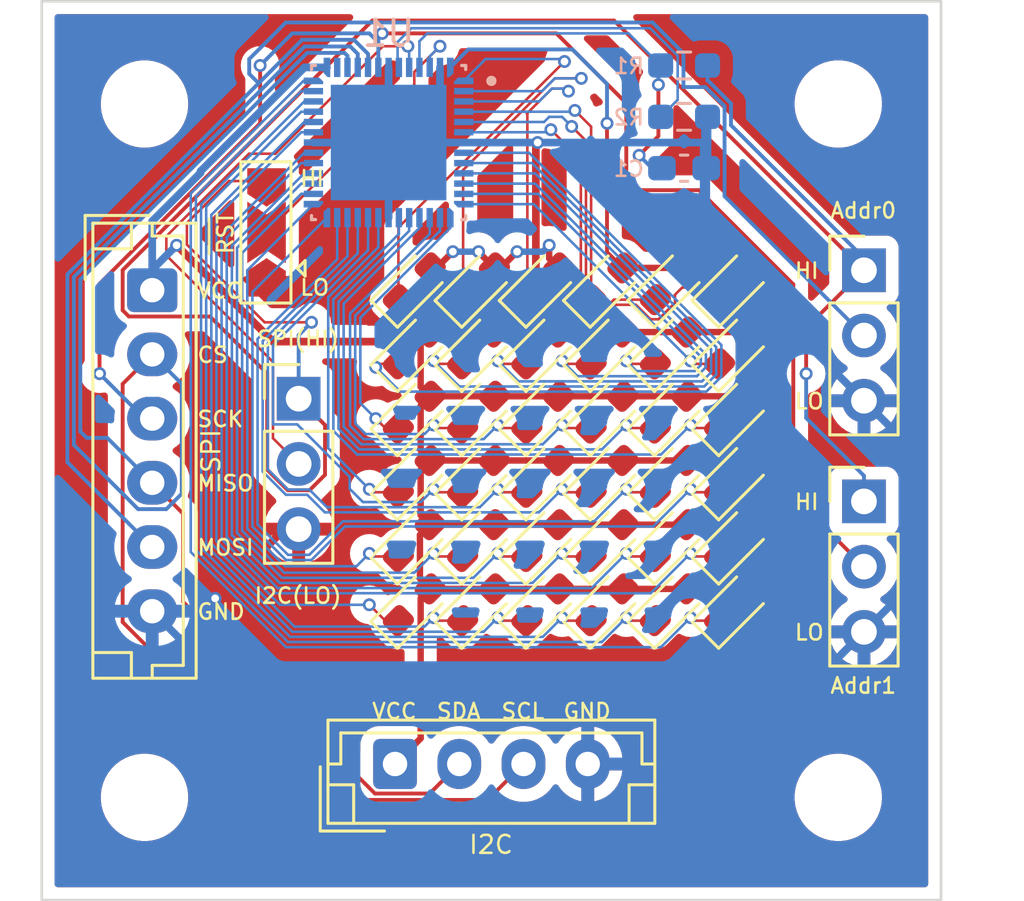
<source format=kicad_pcb>
(kicad_pcb (version 20240108) (generator "pcbnew") (generator_version "8.0")
  (layers (0 "F.Cu" signal) (31 "B.Cu" signal) (34 "B.Paste" user) (35 "F.Paste" user) (36 "B.SilkS" user "B.Silkscreen") (37 "F.SilkS" user "F.Silkscreen") (38 "B.Mask" user) (39 "F.Mask" user) (44 "Edge.Cuts" user))
  (net 0 "")
  (net 1 "Net-(D5-K)")
  (net 2 "Net-(D25-K)")
  (net 3 "Net-(D14-K)")
  (net 4 "Net-(D32-K)")
  (net 5 "GND")
  (net 6 "Net-(D8-K)")
  (net 7 "Net-(D36-K)")
  (net 8 "Net-(D9-K)")
  (net 9 "Net-(D30-K)")
  (net 10 "Net-(J2-Pin_2)")
  (net 11 "Net-(D13-K)")
  (net 12 "Net-(D23-K)")
  (net 13 "Net-(D1-A)")
  (net 14 "Net-(D2-K)")
  (net 15 "Net-(D27-K)")
  (net 16 "Net-(D26-K)")
  (net 17 "Net-(D10-K)")
  (net 18 "Net-(D24-K)")
  (net 19 "Net-(D3-K)")
  (net 20 "Net-(D15-K)")
  (net 21 "Net-(D31-K)")
  (net 22 "Net-(D7-K)")
  (net 23 "Net-(D34-K)")
  (net 24 "Net-(D20-K)")
  (net 25 "Net-(D28-K)")
  (net 26 "Net-(J4-Pin_2)")
  (net 27 "Net-(D22-K)")
  (net 28 "Net-(U1-IREF)")
  (net 29 "Net-(U1-SPISDO_SDA)")
  (net 30 "Net-(D35-K)")
  (net 31 "Net-(D1-K)")
  (net 32 "Net-(D19-K)")
  (net 33 "Net-(D29-K)")
  (net 34 "Net-(D12-K)")
  (net 35 "Net-(D21-K)")
  (net 37 "Net-(D11-K)")
  (net 38 "Net-(D18-K)")
  (net 39 "Net-(J3-Pin_2)")
  (net 40 "Net-(U1-SPICS_SCL)")
  (net 41 "Net-(D16-K)")
  (net 42 "Net-(D4-K)")
  (net 43 "Net-(U1-VCC)")
  (net 44 "Net-(D33-K)")
  (net 45 "Net-(D6-K)")
  (net 46 "Net-(D17-K)")
  (net 47 "Net-(J2-Pin_1)")
  (net 48 "Net-(JP2-C)")
  (footprint "LED_SMD:LED_0603_1608Metric_Pad1.05x0.95mm_HandSolder" (layer "F.Cu") (at 76 45 45)
    (property "Reference" "D8" (hide yes))
    (property "Value" "LED")
  )
  (footprint "LED_SMD:LED_0603_1608Metric_Pad1.05x0.95mm_HandSolder" (layer "F.Cu") (at 81 50 45)
    (property "Reference" "D22" (hide yes))
    (property "Value" "LED")
  )
  (footprint "LED_SMD:LED_0603_1608Metric_Pad1.05x0.95mm_HandSolder" (layer "F.Cu") (at 73.5 47.5 45)
    (property "Reference" "D13" (hide yes))
    (property "Value" "LED")
  )
  (footprint "LED_SMD:LED_0603_1608Metric_Pad1.05x0.95mm_HandSolder" (layer "F.Cu") (at 76 47.5 45)
    (property "Reference" "D14" (hide yes))
    (property "Value" "LED")
  )
  (footprint "Jumper:SolderJumper-3_P2.0mm_Open_TrianglePad1.0x1.5mm" (layer "F.Cu") (at 67.75 40.5 90)
    (property "Reference" "JP2" (hide yes))
    (property "Value" "SolderJumper_3_Open")
  )
  (footprint "LED_SMD:LED_0603_1608Metric_Pad1.05x0.95mm_HandSolder" (layer "F.Cu") (at 76 55 45)
    (property "Reference" "D32" (hide yes))
    (property "Value" "LED")
  )
  (footprint "LED_SMD:LED_0603_1608Metric_Pad1.05x0.95mm_HandSolder" (layer "F.Cu") (at 81 42.5 45)
    (property "Reference" "D4" (hide yes))
    (property "Value" "LED")
  )
  (footprint "LED_SMD:LED_0603_1608Metric_Pad1.05x0.95mm_HandSolder" (layer "F.Cu") (at 81 45 45)
    (property "Reference" "D10" (hide yes))
    (property "Value" "LED")
  )
  (footprint "MountingHole:MountingHole_3.2mm_M3" (layer "F.Cu") (at 63 35.5)
    (property "Reference" "MH1" (hide yes))
    (property "Value" "MountingHole_3.2mm_M3" (hide yes))
  )
  (footprint "LED_SMD:LED_0603_1608Metric_Pad1.05x0.95mm_HandSolder" (layer "F.Cu") (at 73.5 52.5 45)
    (property "Reference" "D25" (hide yes))
    (property "Value" "LED")
  )
  (footprint "LED_SMD:LED_0603_1608Metric_Pad1.05x0.95mm_HandSolder" (layer "F.Cu") (at 73.5 50 45)
    (property "Reference" "D19" (hide yes))
    (property "Value" "LED")
  )
  (footprint "LED_SMD:LED_0603_1608Metric_Pad1.05x0.95mm_HandSolder" (layer "F.Cu") (at 78.5 50 45)
    (property "Reference" "D21" (hide yes))
    (property "Value" "LED")
  )
  (footprint "LED_SMD:LED_0603_1608Metric_Pad1.05x0.95mm_HandSolder" (layer "F.Cu") (at 86 42.5 45)
    (property "Reference" "D6" (hide yes))
    (property "Value" "LED")
  )
  (footprint "LED_SMD:LED_0603_1608Metric_Pad1.05x0.95mm_HandSolder" (layer "F.Cu") (at 86 47.5 45)
    (property "Reference" "D18" (hide yes))
    (property "Value" "LED")
  )
  (footprint "LED_SMD:LED_0603_1608Metric_Pad1.05x0.95mm_HandSolder" (layer "F.Cu") (at 83.5 42.5 45)
    (property "Reference" "D5" (hide yes))
    (property "Value" "LED")
  )
  (footprint "LED_SMD:LED_0603_1608Metric_Pad1.05x0.95mm_HandSolder" (layer "F.Cu") (at 73.5 42.5 45)
    (property "Reference" "D1" (hide yes))
    (property "Value" "LED")
  )
  (footprint "Connector_JST:JST_EH_B4B-EH-A_1x04_P2.50mm_Vertical" (layer "F.Cu") (at 72.75 61.2)
    (property "Reference" "J1" (hide yes))
    (property "Value" "B4B-EH-A")
  )
  (footprint "LED_SMD:LED_0603_1608Metric_Pad1.05x0.95mm_HandSolder" (layer "F.Cu") (at 78.5 55 45)
    (property "Reference" "D33" (hide yes))
    (property "Value" "LED")
  )
  (footprint "LED_SMD:LED_0603_1608Metric_Pad1.05x0.95mm_HandSolder" (layer "F.Cu") (at 86 50 45)
    (property "Reference" "D24" (hide yes))
    (property "Value" "LED")
  )
  (footprint "LED_SMD:LED_0603_1608Metric_Pad1.05x0.95mm_HandSolder" (layer "F.Cu") (at 73.5 55 45)
    (property "Reference" "D31" (hide yes))
    (property "Value" "LED")
  )
  (footprint "LED_SMD:LED_0603_1608Metric_Pad1.05x0.95mm_HandSolder" (layer "F.Cu") (at 81 55 45)
    (property "Reference" "D34" (hide yes))
    (property "Value" "LED")
  )
  (footprint "LED_SMD:LED_0603_1608Metric_Pad1.05x0.95mm_HandSolder" (layer "F.Cu") (at 83.5 50 45)
    (property "Reference" "D23" (hide yes))
    (property "Value" "LED")
  )
  (footprint "LED_SMD:LED_0603_1608Metric_Pad1.05x0.95mm_HandSolder" (layer "F.Cu") (at 81 47.5 45)
    (property "Reference" "D16" (hide yes))
    (property "Value" "LED")
  )
  (footprint "MountingHole:MountingHole_3.2mm_M3" (layer "F.Cu") (at 90 35.5)
    (property "Reference" "MH2" (hide yes))
    (property "Value" "MountingHole_3.2mm_M3" (hide yes))
  )
  (footprint "Connector_PinHeader_2.54mm:PinHeader_1x03_P2.54mm_Vertical" (layer "F.Cu") (at 69 46.975)
    (property "Reference" "J2" (hide yes))
    (property "Value" "Conn_01x03_Pin")
  )
  (footprint "MountingHole:MountingHole_3.2mm_M3" (layer "F.Cu") (at 63 62.5)
    (property "Reference" "MH3" (hide yes))
    (property "Value" "MountingHole_3.2mm_M3" (hide yes))
  )
  (footprint "LED_SMD:LED_0603_1608Metric_Pad1.05x0.95mm_HandSolder" (layer "F.Cu") (at 78.5 47.5 45)
    (property "Reference" "D15" (hide yes))
    (property "Value" "LED")
  )
  (footprint "LED_SMD:LED_0603_1608Metric_Pad1.05x0.95mm_HandSolder" (layer "F.Cu") (at 86 55 45)
    (property "Reference" "D36" (hide yes))
    (property "Value" "LED")
  )
  (footprint "MountingHole:MountingHole_3.2mm_M3" (layer "F.Cu") (at 90 62.5)
    (property "Reference" "MH4" (hide yes))
    (property "Value" "MountingHole_3.2mm_M3" (hide yes))
  )
  (footprint "LED_SMD:LED_0603_1608Metric_Pad1.05x0.95mm_HandSolder" (layer "F.Cu") (at 76 50 45)
    (property "Reference" "D20" (hide yes))
    (property "Value" "LED")
  )
  (footprint "LED_SMD:LED_0603_1608Metric_Pad1.05x0.95mm_HandSolder" (layer "F.Cu") (at 83.5 47.5 45)
    (property "Reference" "D17" (hide yes))
    (property "Value" "LED")
  )
  (footprint "LED_SMD:LED_0603_1608Metric_Pad1.05x0.95mm_HandSolder" (layer "F.Cu") (at 86 45 45)
    (property "Reference" "D12" (hide yes))
    (property "Value" "LED")
  )
  (footprint "LED_SMD:LED_0603_1608Metric_Pad1.05x0.95mm_HandSolder" (layer "F.Cu") (at 81 52.5 45)
    (property "Reference" "D28" (hide yes))
    (property "Value" "LED")
  )
  (footprint "Connector_JST:JST_EH_B6B-EH-A_1x06_P2.50mm_Vertical" (layer "F.Cu") (at 63.3 42.75 -90)
    (property "Reference" "J5" (hide yes))
    (property "Value" "B6B-EH-A")
  )
  (footprint "LED_SMD:LED_0603_1608Metric_Pad1.05x0.95mm_HandSolder" (layer "F.Cu") (at 76 42.5 45)
    (property "Reference" "D2" (hide yes))
    (property "Value" "LED")
  )
  (footprint "LED_SMD:LED_0603_1608Metric_Pad1.05x0.95mm_HandSolder" (layer "F.Cu") (at 78.5 52.5 45)
    (property "Reference" "D27" (hide yes))
    (property "Value" "LED")
  )
  (footprint "Connector_PinHeader_2.54mm:PinHeader_1x03_P2.54mm_Vertical" (layer "F.Cu") (at 91 41.975)
    (property "Reference" "J3" (hide yes))
    (property "Value" "Conn_01x03_Pin")
  )
  (footprint "LED_SMD:LED_0603_1608Metric_Pad1.05x0.95mm_HandSolder" (layer "F.Cu") (at 83.5 45 45)
    (property "Reference" "D11" (hide yes))
    (property "Value" "LED")
  )
  (footprint "LED_SMD:LED_0603_1608Metric_Pad1.05x0.95mm_HandSolder" (layer "F.Cu") (at 78.5 45 45)
    (property "Reference" "D9" (hide yes))
    (property "Value" "LED")
  )
  (footprint "LED_SMD:LED_0603_1608Metric_Pad1.05x0.95mm_HandSolder" (layer "F.Cu") (at 83.5 52.5 45)
    (property "Reference" "D29" (hide yes))
    (property "Value" "LED")
  )
  (footprint "LED_SMD:LED_0603_1608Metric_Pad1.05x0.95mm_HandSolder" (layer "F.Cu") (at 83.5 55 45)
    (property "Reference" "D35" (hide yes))
    (property "Value" "LED")
  )
  (footprint "LED_SMD:LED_0603_1608Metric_Pad1.05x0.95mm_HandSolder" (layer "F.Cu") (at 86 52.5 45)
    (property "Reference" "D30" (hide yes))
    (property "Value" "LED")
  )
  (footprint "LED_SMD:LED_0603_1608Metric_Pad1.05x0.95mm_HandSolder" (layer "F.Cu") (at 76 52.5 45)
    (property "Reference" "D26" (hide yes))
    (property "Value" "LED")
  )
  (footprint "LED_SMD:LED_0603_1608Metric_Pad1.05x0.95mm_HandSolder" (layer "F.Cu") (at 73.5 45 45)
    (property "Reference" "D7" (hide yes))
    (property "Value" "LED")
  )
  (footprint "LED_SMD:LED_0603_1608Metric_Pad1.05x0.95mm_HandSolder" (layer "F.Cu") (at 78.5 42.5 45)
    (property "Reference" "D3" (hide yes))
    (property "Value" "LED")
  )
  (footprint "Connector_PinHeader_2.54mm:PinHeader_1x03_P2.54mm_Vertical" (layer "F.Cu") (at 91 50.975)
    (property "Reference" "J4" (hide yes))
    (property "Value" "Conn_01x03_Pin")
  )
  (footprint "Capacitor_SMD:C_0603_1608Metric_Pad1.08x0.95mm_HandSolder" (layer "B.Cu") (at 84 38)
    (property "Reference" "C1" (hide yes))
    (property "Value" "1µ")
  )
  (footprint "AL5887JAZW52_13:IC_AL5887JAZW52-13" (layer "B.Cu") (at 72.5 37 180)
    (property "Reference" "U1")
    (property "Value" "AL5887JAZW52-13")
  )
  (footprint "Resistor_SMD:R_0603_1608Metric_Pad0.98x0.95mm_HandSolder" (layer "B.Cu") (at 84 34 180)
    (property "Reference" "R1" (hide yes))
    (property "Value" "10k")
  )
  (footprint "Resistor_SMD:R_0603_1608Metric_Pad0.98x0.95mm_HandSolder" (layer "B.Cu") (at 84 36 180)
    (property "Reference" "R2" (hide yes))
    (property "Value" "3.5k")
  )
  (gr_rect (start 59 31.5) (end 94 66.5) (stroke (width 0.1)) (fill none) (layer "Edge.Cuts"))
  (gr_text "C1" (at 82.5 38.3735 0) (layer "B.SilkS") (effects (font (size 0.6 0.6) (thickness 0.1)) (justify left bottom mirror)))
  (gr_text "R1" (at 82.5 34.3735 0) (layer "B.SilkS") (effects (font (size 0.6 0.6) (thickness 0.1)) (justify left bottom mirror)))
  (gr_text "R2" (at 82.5 36.3735 0) (layer "B.SilkS") (effects (font (size 0.6 0.6) (thickness 0.1)) (justify left bottom mirror)))
  (gr_text "LO" (at 88.25 47.4285 0) (layer "F.SilkS") (effects (font (size 0.6 0.6) (thickness 0.1) (bold yes)) (justify left bottom)))
  (gr_text "Addr0" (at 89.638571 40 0) (layer "F.SilkS") (effects (font (size 0.6 0.6) (thickness 0.1) (bold yes)) (justify left bottom)))
  (gr_text "HI" (at 88.25 42.3485 0) (layer "F.SilkS") (effects (font (size 0.6 0.6) (thickness 0.1) (bold yes)) (justify left bottom)))
  (gr_text "VCC" (at 65 43.1235 0) (layer "F.SilkS") (effects (font (size 0.6 0.6) (thickness 0.1) (bold yes)) (justify left bottom)))
  (gr_text "CS" (at 65 45.6235 0) (layer "F.SilkS") (effects (font (size 0.6 0.6) (thickness 0.1) (bold yes)) (justify left bottom)))
  (gr_text "GND" (at 65 55.6235 0) (layer "F.SilkS") (effects (font (size 0.6 0.6) (thickness 0.1) (bold yes)) (justify left bottom)))
  (gr_text "VCC" (at 71.802857 59.5 0) (layer "F.SilkS") (effects (font (size 0.6 0.6) (thickness 0.1) (bold yes)) (justify left bottom)))
  (gr_text "MISO" (at 65 50.6235 0) (layer "F.SilkS") (effects (font (size 0.6 0.6) (thickness 0.1) (bold yes)) (justify left bottom)))
  (gr_text "SPI(HI)" (at 67.324286 45 0) (layer "F.SilkS") (effects (font (size 0.6 0.6) (thickness 0.1) (bold yes)) (justify left bottom)))
  (gr_text "GND" (at 79.245715 59.5 0) (layer "F.SilkS") (effects (font (size 0.6 0.6) (thickness 0.1) (bold yes)) (justify left bottom)))
  (gr_text "SPI" (at 66 49.93 90) (layer "F.SilkS") (effects (font (size 0.7 0.7) (thickness 0.1) (bold yes)) (justify left bottom)))
  (gr_text "HI" (at 88.25 51.3485 0) (layer "F.SilkS") (effects (font (size 0.6 0.6) (thickness 0.1) (bold yes)) (justify left bottom)))
  (gr_text "LO" (at 88.25 56.4285 0) (layer "F.SilkS") (effects (font (size 0.6 0.6) (thickness 0.1) (bold yes)) (justify left bottom)))
  (gr_text "___\nRST" (at 66.5 41.404286 90) (layer "F.SilkS") (effects (font (size 0.6 0.6) (thickness 0.1) (bold yes)) (justify left bottom)))
  (gr_text "SCL" (at 76.831429 59.5 0) (layer "F.SilkS") (effects (font (size 0.6 0.6) (thickness 0.1) (bold yes)) (justify left bottom)))
  (gr_text "I2C" (at 75.57 64.75 0) (layer "F.SilkS") (effects (font (size 0.7 0.7) (thickness 0.1) (bold yes)) (justify left bottom)))
  (gr_text "MOSI" (at 65 53.1235 0) (layer "F.SilkS") (effects (font (size 0.6 0.6) (thickness 0.1) (bold yes)) (justify left bottom)))
  (gr_text "LO" (at 69 43 0) (layer "F.SilkS") (effects (font (size 0.6 0.6) (thickness 0.1) (bold yes)) (justify left bottom)))
  (gr_text "Addr1" (at 89.638571 58.5 0) (layer "F.SilkS") (effects (font (size 0.6 0.6) (thickness 0.1) (bold yes)) (justify left bottom)))
  (gr_text "HI" (at 69 38.75 0) (layer "F.SilkS") (effects (font (size 0.6 0.6) (thickness 0.1) (bold yes)) (justify left bottom)))
  (gr_text "SCK" (at 65 48.1235 0) (layer "F.SilkS") (effects (font (size 0.6 0.6) (thickness 0.1) (bold yes)) (justify left bottom)))
  (gr_text "I2C(LO)" (at 67.224286 55 0) (layer "F.SilkS") (effects (font (size 0.6 0.6) (thickness 0.1) (bold yes)) (justify left bottom)))
  (gr_text "SDA" (at 74.317143 59.5 0) (layer "F.SilkS") (effects (font (size 0.6 0.6) (thickness 0.1) (bold yes)) (justify left bottom)))
  (segment (start 79.617898 42.998218) (end 79.617898 43.30993) (width 0.1) (layer "F.Cu") (net 1))
  (segment (start 81.265166 43.118718) (end 82.881282 43.118718) (width 0.1) (layer "F.Cu") (net 1))
  (segment (start 80.181282 36.931282) (end 80.181282 42.434834) (width 0.1) (layer "F.Cu") (net 1))
  (segment (start 79.625 36.375) (end 80.181282 36.931282) (width 0.1) (layer "F.Cu") (net 1))
  (segment (start 80.181282 42.434834) (end 79.617898 42.998218) (width 0.1) (layer "F.Cu") (net 1))
  (segment (start 80.501782 43.882102) (end 81.265166 43.118718) (width 0.1) (layer "F.Cu") (net 1))
  (segment (start 80.19007 43.882102) (end 80.501782 43.882102) (width 0.1) (layer "F.Cu") (net 1))
  (segment (start 79.617898 43.30993) (end 80.19007 43.882102) (width 0.1) (layer "F.Cu") (net 1))
  (via (at 79.625 36.375) (size 0.5) (drill 0.3) (layers "F.Cu" "B.Cu") (net 1))
  (segment (start 75.425 36.2) (end 78.55 36.2) (width 0.1) (layer "B.Cu") (net 1))
  (segment (start 79.25 36) (end 79.625 36.375) (width 0.1) (layer "B.Cu") (net 1))
  (segment (start 78.55 36.2) (end 78.75 36) (width 0.1) (layer "B.Cu") (net 1))
  (segment (start 78.75 36) (end 79.25 36) (width 0.1) (layer "B.Cu") (net 1))
  (segment (start 71.868718 53.118718) (end 72.881282 53.118718) (width 0.1) (layer "F.Cu") (net 2))
  (segment (start 71.75 53) (end 71.868718 53.118718) (width 0.1) (layer "F.Cu") (net 2))
  (via (at 71.75 53) (size 0.5) (drill 0.3) (layers "F.Cu" "B.Cu") (net 2))
  (segment (start 69.575 39.4) (end 67 41.975) (width 0.1) (layer "B.Cu") (net 2))
  (segment (start 68.465101 53.5) (end 71.25 53.5) (width 0.1) (layer "B.Cu") (net 2))
  (segment (start 67 41.975) (end 67 52.034899) (width 0.1) (layer "B.Cu") (net 2))
  (segment (start 71.25 53.5) (end 71.75 53) (width 0.1) (layer "B.Cu") (net 2))
  (segment (start 67 52.034899) (end 68.465101 53.5) (width 0.1) (layer "B.Cu") (net 2))
  (segment (start 75.381282 48.118718) (end 74.368718 48.118718) (width 0.1) (layer "F.Cu") (net 3))
  (segment (start 74.368718 48.118718) (end 74.25 48) (width 0.1) (layer "F.Cu") (net 3))
  (via (at 74.25 48) (size 0.5) (drill 0.3) (layers "F.Cu" "B.Cu") (net 3))
  (segment (start 71.2 47.944975) (end 71.605025 48.35) (width 0.1) (layer "B.Cu") (net 3))
  (segment (start 71.605025 48.35) (end 73.9 48.35) (width 0.1) (layer "B.Cu") (net 3))
  (segment (start 74.5 40.442157) (end 71.2 43.742157) (width 0.1) (layer "B.Cu") (net 3))
  (segment (start 74.5 39.925) (end 74.5 40.442157) (width 0.1) (layer "B.Cu") (net 3))
  (segment (start 73.9 48.35) (end 74.25 48) (width 0.1) (layer "B.Cu") (net 3))
  (segment (start 71.2 43.742157) (end 71.2 47.944975) (width 0.1) (layer "B.Cu") (net 3))
  (segment (start 74.25 55.5) (end 74.368718 55.618718) (width 0.1) (layer "F.Cu") (net 4))
  (segment (start 74.368718 55.618718) (end 75.381282 55.618718) (width 0.1) (layer "F.Cu") (net 4))
  (via (at 74.25 55.5) (size 0.5) (drill 0.3) (layers "F.Cu" "B.Cu") (net 4))
  (segment (start 69.575 36.2) (end 69.217157 36.2) (width 0.1) (layer "B.Cu") (net 4))
  (segment (start 73.9 55.85) (end 74.25 55.5) (width 0.1) (layer "B.Cu") (net 4))
  (segment (start 68.8352 55.85) (end 73.9 55.85) (width 0.1) (layer "B.Cu") (net 4))
  (segment (start 65.6 52.6148) (end 68.8352 55.85) (width 0.1) (layer "B.Cu") (net 4))
  (segment (start 69.217157 36.2) (end 65.6 39.817157) (width 0.1) (layer "B.Cu") (net 4))
  (segment (start 65.6 39.817157) (end 65.6 52.6148) (width 0.1) (layer "B.Cu") (net 4))
  (segment (start 78.3 37) (end 78.231282 37.068718) (width 0.3) (layer "F.Cu") (net 5))
  (segment (start 78.744666 43.28064) (end 78.043204 43.982102) (width 0.3) (layer "F.Cu") (net 5))
  (segment (start 75.543204 43.982102) (end 75.148648 43.982102) (width 0.3) (layer "F.Cu") (net 5))
  (segment (start 78.043204 43.982102) (end 77.648648 43.982102) (width 0.3) (layer "F.Cu") (net 5))
  (segment (start 78.744666 42.886084) (end 78.744666 43.28064) (width 0.3) (layer "F.Cu") (net 5))
  (segment (start 78.231282 37.068718) (end 78.231282 42.3727) (width 0.3) (layer "F.Cu") (net 5))
  (segment (start 77.648648 43.982102) (end 77.017898 43.351352) (width 0.3) (layer "F.Cu") (net 5))
  (segment (start 73.043204 43.982102) (end 71.737102 43.982102) (width 0.3) (layer "F.Cu") (net 5))
  (segment (start 68.445 52.055) (end 69 52.055) (width 0.3) (layer "F.Cu") (net 5))
  (segment (start 78.231282 42.3727) (end 78.744666 42.886084) (width 0.3) (layer "F.Cu") (net 5))
  (segment (start 77.017898 43.351352) (end 76.173954 43.351352) (width 0.3) (layer "F.Cu") (net 5))
  (segment (start 71.737102 43.982102) (end 70.255 42.5) (width 0.3) (layer "F.Cu") (net 5))
  (segment (start 70.255 42.5) (end 67.75 42.5) (width 0.3) (layer "F.Cu") (net 5))
  (segment (start 73.744666 43.28064) (end 73.043204 43.982102) (width 0.3) (layer "F.Cu") (net 5))
  (segment (start 65.75 54.75) (end 68.445 52.055) (width 0.3) (layer "F.Cu") (net 5))
  (segment (start 76.173954 43.351352) (end 75.543204 43.982102) (width 0.3) (layer "F.Cu") (net 5))
  (segment (start 74.447186 43.28064) (end 73.744666 43.28064) (width 0.3) (layer "F.Cu") (net 5))
  (segment (start 75.148648 43.982102) (end 74.447186 43.28064) (width 0.3) (layer "F.Cu") (net 5))
  (via (at 78.3 37) (size 0.5) (drill 0.3) (layers "F.Cu" "B.Cu") (net 5))
  (via (at 65.75 54.75) (size 0.5) (drill 0.3) (layers "F.Cu" "B.Cu") (net 5))
  (segment (start 91 56.055) (end 89.555 57.5) (width 0.3) (layer "B.Cu") (net 5))
  (segment (start 74.5 34.075) (end 74.5 35) (width 0.3) (layer "B.Cu") (net 5))
  (segment (start 75.425 37) (end 78.3 37) (width 0.3) (layer "B.Cu") (net 5))
  (segment (start 69.575 37) (end 72.5 37) (width 0.3) (layer "B.Cu") (net 5))
  (segment (start 84.9125 36) (end 84.9125 37) (width 0.3) (layer "B.Cu") (net 5))
  (segment (start 63.3 55.25) (end 65.25 55.25) (width 0.3) (layer "B.Cu") (net 5))
  (segment (start 80.25 61.2) (end 85.855 61.2) (width 0.3) (layer "B.Cu") (net 5))
  (segment (start 92.5 48.555) (end 91 47.055) (width 0.3) (layer "B.Cu") (net 5))
  (segment (start 84.8625 38) (end 84.8625 40.9175) (width 0.3) (layer "B.Cu") (net 5))
  (segment (start 85.855 61.2) (end 91 56.055) (width 0.3) (layer "B.Cu") (net 5))
  (segment (start 78.3 37) (end 84.9125 37) (width 0.3) (layer "B.Cu") (net 5))
  (segment (start 91 56.055) (end 92.5 54.555) (width 0.3) (layer "B.Cu") (net 5))
  (segment (start 92.5 54.555) (end 92.5 48.555) (width 0.3) (layer "B.Cu") (net 5))
  (segment (start 89.555 57.5) (end 65.55 57.5) (width 0.3) (layer "B.Cu") (net 5))
  (segment (start 65.55 57.5) (end 63.3 55.25) (width 0.3) (layer "B.Cu") (net 5))
  (segment (start 74.5 35) (end 72.5 37) (width 0.3) (layer "B.Cu") (net 5))
  (segment (start 75.425 37) (end 72.5 37) (width 0.3) (layer "B.Cu") (net 5))
  (segment (start 72.5 39.925) (end 72.5 37) (width 0.3) (layer "B.Cu") (net 5))
  (segment (start 84.9125 37.95) (end 84.8625 38) (width 0.3) (layer "B.Cu") (net 5))
  (segment (start 65.25 55.25) (end 65.75 54.75) (width 0.3) (layer "B.Cu") (net 5))
  (segment (start 72.5 34.075) (end 72.5 37) (width 0.3) (layer "B.Cu") (net 5))
  (segment (start 84.9125 37) (end 84.9125 37.95) (width 0.3) (layer "B.Cu") (net 5))
  (segment (start 84.8625 40.9175) (end 91 47.055) (width 0.3) (layer "B.Cu") (net 5))
  (segment (start 74.368718 45.618718) (end 75.381282 45.618718) (width 0.1) (layer "F.Cu") (net 6))
  (segment (start 74.25 45.5) (end 74.368718 45.618718) (width 0.1) (layer "F.Cu") (net 6))
  (via (at 74.25 45.5) (size 0.5) (drill 0.3) (layers "F.Cu" "B.Cu") (net 6))
  (segment (start 78.082843 37.8) (end 75.425 37.8) (width 0.1) (layer "B.Cu") (net 6))
  (segment (start 74.25 45.5) (end 75.25 46.5) (width 0.1) (layer "B.Cu") (net 6))
  (segment (start 85.25 44.967157) (end 78.082843 37.8) (width 0.1) (layer "B.Cu") (net 6))
  (segment (start 75.25 46.5) (end 84.782843 46.5) (width 0.1) (layer "B.Cu") (net 6))
  (segment (start 85.25 46.032843) (end 85.25 44.967157) (width 0.1) (layer "B.Cu") (net 6))
  (segment (start 84.782843 46.5) (end 85.25 46.032843) (width 0.1) (layer "B.Cu") (net 6))
  (segment (start 84.368718 55.618718) (end 84.25 55.5) (width 0.1) (layer "F.Cu") (net 7))
  (segment (start 85.381282 55.618718) (end 84.368718 55.618718) (width 0.1) (layer "F.Cu") (net 7))
  (via (at 84.25 55.5) (size 0.5) (drill 0.3) (layers "F.Cu" "B.Cu") (net 7))
  (segment (start 83.1 56.65) (end 84.25 55.5) (width 0.1) (layer "B.Cu") (net 7))
  (segment (start 69.575 34.6) (end 69.185 34.6) (width 0.1) (layer "B.Cu") (net 7))
  (segment (start 68.503828 56.65) (end 83.1 56.65) (width 0.1) (layer "B.Cu") (net 7))
  (segment (start 64.8 38.985) (end 64.8 52.946172) (width 0.1) (layer "B.Cu") (net 7))
  (segment (start 64.8 52.946172) (end 68.503828 56.65) (width 0.1) (layer "B.Cu") (net 7))
  (segment (start 69.185 34.6) (end 64.8 38.985) (width 0.1) (layer "B.Cu") (net 7))
  (segment (start 76.868718 45.618718) (end 76.75 45.5) (width 0.1) (layer "F.Cu") (net 8))
  (segment (start 77.881282 45.618718) (end 76.868718 45.618718) (width 0.1) (layer "F.Cu") (net 8))
  (via (at 76.75 45.5) (size 0.5) (drill 0.3) (layers "F.Cu" "B.Cu") (net 8))
  (segment (start 76.75 45.5) (end 77.55 46.3) (width 0.1) (layer "B.Cu") (net 8))
  (segment (start 77.55 46.3) (end 84.7 46.3) (width 0.1) (layer "B.Cu") (net 8))
  (segment (start 84.7 46.3) (end 85.05 45.95) (width 0.1) (layer "B.Cu") (net 8))
  (segment (start 85.05 45.05) (end 78.2 38.2) (width 0.1) (layer "B.Cu") (net 8))
  (segment (start 78.2 38.2) (end 75.425 38.2) (width 0.1) (layer "B.Cu") (net 8))
  (segment (start 85.05 45.95) (end 85.05 45.05) (width 0.1) (layer "B.Cu") (net 8))
  (segment (start 84.368718 53.118718) (end 84.25 53) (width 0.1) (layer "F.Cu") (net 9))
  (segment (start 85.381282 53.118718) (end 84.368718 53.118718) (width 0.1) (layer "F.Cu") (net 9))
  (via (at 84.25 53) (size 0.5) (drill 0.3) (layers "F.Cu" "B.Cu") (net 9))
  (segment (start 82.7 54.55) (end 84.25 53) (width 0.1) (layer "B.Cu") (net 9))
  (segment (start 66 40.617157) (end 66 52.449114) (width 0.1) (layer "B.Cu") (net 9))
  (segment (start 69.575 37.4) (end 69.217157 37.4) (width 0.1) (layer "B.Cu") (net 9))
  (segment (start 69.217157 37.4) (end 66 40.617157) (width 0.1) (layer "B.Cu") (net 9))
  (segment (start 66 52.449114) (end 68.100886 54.55) (width 0.1) (layer "B.Cu") (net 9))
  (segment (start 68.100886 54.55) (end 82.7 54.55) (width 0.1) (layer "B.Cu") (net 9))
  (segment (start 68 45.544975) (end 63.85 41.394975) (width 0.1) (layer "F.Cu") (net 10))
  (segment (start 63.85 40.65) (end 67.064204 37.435796) (width 0.1) (layer "F.Cu") (net 10))
  (segment (start 68.095 37.435796) (end 72.280796 33.25) (width 0.1) (layer "F.Cu") (net 10))
  (segment (start 67.064204 37.435796) (end 68.095 37.435796) (width 0.1) (layer "F.Cu") (net 10))
  (segment (start 69 49.515) (end 68 48.515) (width 0.1) (layer "F.Cu") (net 10))
  (segment (start 63.85 41.394975) (end 63.85 40.65) (width 0.1) (layer "F.Cu") (net 10))
  (segment (start 72.280796 33.25) (end 73.25 33.25) (width 0.1) (layer "F.Cu") (net 10))
  (segment (start 68 48.515) (end 68 45.544975) (width 0.1) (layer "F.Cu") (net 10))
  (via (at 73.25 33.25) (size 0.5) (drill 0.3) (layers "F.Cu" "B.Cu") (net 10))
  (segment (start 73.3 33.3) (end 73.25 33.25) (width 0.1) (layer "B.Cu") (net 10))
  (segment (start 73.3 34.075) (end 73.3 33.3) (width 0.1) (layer "B.Cu") (net 10))
  (segment (start 72 47.75) (end 72.368718 48.118718) (width 0.1) (layer "F.Cu") (net 11))
  (segment (start 72.368718 48.118718) (end 72.881282 48.118718) (width 0.1) (layer "F.Cu") (net 11))
  (via (at 72 47.75) (size 0.5) (drill 0.3) (layers "F.Cu" "B.Cu") (net 11))
  (segment (start 71.4 43.825) (end 74.9 40.325) (width 0.1) (layer "B.Cu") (net 11))
  (segment (start 71.4 47.15) (end 71.4 43.825) (width 0.1) (layer "B.Cu") (net 11))
  (segment (start 72 47.75) (end 71.4 47.15) (width 0.1) (layer "B.Cu") (net 11))
  (segment (start 74.9 40.325) (end 74.9 39.925) (width 0.1) (layer "B.Cu") (net 11))
  (segment (start 81.868718 50.618718) (end 81.75 50.5) (width 0.1) (layer "F.Cu") (net 12))
  (segment (start 82.881282 50.618718) (end 81.868718 50.618718) (width 0.1) (layer "F.Cu") (net 12))
  (via (at 81.75 50.5) (size 0.5) (drill 0.3) (layers "F.Cu" "B.Cu") (net 12))
  (segment (start 68.585786 53.055) (end 69.414214 53.055) (width 0.1) (layer "B.Cu") (net 12))
  (segment (start 70.5 41.545103) (end 67.517157 44.527945) (width 0.1) (layer "B.Cu") (net 12))
  (segment (start 69.414214 53.055) (end 70.719214 51.75) (width 0.1) (layer "B.Cu") (net 12))
  (segment (start 67.517157 44.527945) (end 67.4 44.645102) (width 0.1) (layer "B.Cu") (net 12))
  (segment (start 67.4 51.869214) (end 68.585786 53.055) (width 0.1) (layer "B.Cu") (net 12))
  (segment (start 67.4 44.645102) (end 67.4 51.869214) (width 0.1) (layer "B.Cu") (net 12))
  (segment (start 70.5 39.925) (end 70.5 41.545103) (width 0.1) (layer "B.Cu") (net 12))
  (segment (start 80.5 51.75) (end 81.75 50.5) (width 0.1) (layer "B.Cu") (net 12))
  (segment (start 70.719214 51.75) (end 80.5 51.75) (width 0.1) (layer "B.Cu") (net 12))
  (segment (start 74.118718 54.381282) (end 73.719666 53.98223) (width 0.25) (layer "F.Cu") (net 13))
  (segment (start 86.618718 41.881282) (end 81.618718 41.881282) (width 0.25) (layer "F.Cu") (net 13))
  (segment (start 78.75 41.512564) (end 79.118718 41.881282) (width 0.25) (layer "F.Cu") (net 13))
  (segment (start 74.118718 54.381282) (end 73.747486 54.752514) (width 0.25) (layer "F.Cu") (net 13))
  (segment (start 74.118718 51.881282) (end 86.618718 51.881282) (width 0.25) (layer "F.Cu") (net 13))
  (segment (start 79.118718 41.881282) (end 79.119666 41.88223) (width 0.25) (layer "F.Cu") (net 13))
  (segment (start 74.118718 46.881282) (end 86.618718 46.881282) (width 0.25) (layer "F.Cu") (net 13))
  (segment (start 76 41.25) (end 76 41.262564) (width 0.25) (layer "F.Cu") (net 13))
  (segment (start 86.618718 46.881282) (end 86.618718 44.381282) (width 0.25) (layer "F.Cu") (net 13))
  (segment (start 79.119666 41.88223) (end 79.119666 44.380334) (width 0.25) (layer "F.Cu") (net 13))
  (segment (start 74.118718 46.881282) (end 73.782842 46.545406) (width 0.25) (layer "F.Cu") (net 13))
  (segment (start 68.002514 44.752514) (end 73.747486 44.752514) (width 0.3) (layer "F.Cu") (net 13))
  (segment (start 79.118718 44.381282) (end 86.618718 44.381282) (width 0.25) (layer "F.Cu") (net 13))
  (segment (start 74.118718 49.381282) (end 74.118718 49.368718) (width 0.25) (layer "F.Cu") (net 13))
  (segment (start 73.747486 47.252514) (end 74.118718 46.881282) (width 0.25) (layer "F.Cu") (net 13))
  (segment (start 73.719666 53.98223) (end 73.719666 52.280334) (width 0.25) (layer "F.Cu") (net 13))
  (segment (start 78.75 41) (end 78.75 41.512564) (width 0.25) (layer "F.Cu") (net 13))
  (segment (start 86.618718 54.381282) (end 74.118718 54.381282) (width 0.25) (layer "F.Cu") (net 13))
  (segment (start 79.119666 44.380334) (end 79.118718 44.381282) (width 0.25) (layer "F.Cu") (net 13))
  (segment (start 73.747486 48.997486) (end 73.747486 47.252514) (width 0.25) (layer "F.Cu") (net 13))
  (segment (start 73.747486 60.202514) (end 72.75 61.2) (width 0.25) (layer "F.Cu") (net 13))
  (segment (start 64.25 41) (end 68.002514 44.752514) (width 0.3) (layer "F.Cu") (net 13))
  (segment (start 86.618718 44.381282) (end 86.618718 41.881282) (width 0.25) (layer "F.Cu") (net 13))
  (segment (start 79.118718 44.381282) (end 74.118718 44.381282) (width 0.25) (layer "F.Cu") (net 13))
  (segment (start 81 36.25) (end 81 41.262564) (width 0.15) (layer "F.Cu") (net 13))
  (segment (start 73.782842 46.545406) (end 73.747486 46.51005) (width 0.25) (layer "F.Cu") (net 13))
  (segment (start 76.618718 41.881282) (end 76.868718 41.881282) (width 0.25) (layer "F.Cu") (net 13))
  (segment (start 76 41.262564) (end 76.618718 41.881282) (width 0.25) (layer "F.Cu") (net 13))
  (segment (start 73.747486 49.752514) (end 73.747486 51.51005) (width 0.25) (layer "F.Cu") (net 13))
  (segment (start 76.868718 41.881282) (end 77.5 41.25) (width 0.25) (layer "F.Cu") (net 13))
  (segment (start 73.747486 51.51005) (end 74.118718 51.881282) (width 0.25) (layer "F.Cu") (net 13))
  (segment (start 73.747486 44.752514) (end 74.118718 44.381282) (width 0.25) (layer "F.Cu") (net 13))
  (segment (start 73.719666 52.280334) (end 74.118718 51.881282) (width 0.25) (layer "F.Cu") (net 13))
  (segment (start 86.618718 49.381282) (end 74.118718 49.381282) (width 0.25) (layer "F.Cu") (net 13))
  (segment (start 73.747486 46.51005) (end 73.747486 44.752514) (width 0.25) (layer "F.Cu") (net 13))
  (segment (start 73.747486 54.752514) (end 73.747486 60.202514) (width 0.25) (layer "F.Cu") (net 13))
  (segment (start 86.618718 46.881282) (end 86.618718 54.381282) (width 0.25) (layer "F.Cu") (net 13))
  (segment (start 74.118718 41.881282) (end 74.368718 41.881282) (width 0.25) (layer "F.Cu") (net 13))
  (segment (start 74.118718 49.368718) (end 73.747486 48.997486) (width 0.25) (layer "F.Cu") (net 13))
  (segment (start 81 41.262564) (end 81.618718 41.881282) (width 0.15) (layer "F.Cu") (net 13))
  (segment (start 74.368718 41.881282) (end 75 41.25) (width 0.25) (layer "F.Cu") (net 13))
  (segment (start 74.118718 49.381282) (end 73.747486 49.752514) (width 0.25) (layer "F.Cu") (net 13))
  (via (at 64.25 41) (size 0.5) (drill 0.3) (layers "F.Cu" "B.Cu") (net 13))
  (via (at 77.5 41.25) (size 0.5) (drill 0.3) (layers "F.Cu" "B.Cu") (net 13))
  (via (at 76 41.25) (size 0.5) (drill 0.3) (layers "F.Cu" "B.Cu") (net 13))
  (via (at 75 41.25) (size 0.5) (drill 0.3) (layers "F.Cu" "B.Cu") (net 13))
  (via (at 78.75 41) (size 0.5) (drill 0.3) (layers "F.Cu" "B.Cu") (net 13))
  (via (at 81 36.25) (size 0.5) (drill 0.3) (layers "F.Cu" "B.Cu") (net 13))
  (segment (start 74.9 34.075) (end 75.6 33.375) (width 0.15) (layer "B.Cu") (net 13))
  (segment (start 75 41.25) (end 76 41.25) (width 0.25) (layer "B.Cu") (net 13))
  (segment (start 77.5 41.25) (end 78.5 41.25) (width 0.25) (layer "B.Cu") (net 13))
  (segment (start 63.3 40.060736) (end 65.180368 38.180368) (width 0.3) (layer "B.Cu") (net 13))
  (segment (start 65.180368 38.120404) (end 69.225772 34.075) (width 0.3) (layer "B.Cu") (net 13))
  (segment (start 69.225772 34.075) (end 70.1 34.075) (width 0.3) (layer "B.Cu") (net 13))
  (segment (start 65.180368 38.180368) (end 65.180368 38.120404) (width 0.3) (layer "B.Cu") (net 13))
  (segment (start 63.3 42.75) (end 63.3 40.060736) (width 0.3) (layer "B.Cu") (net 13))
  (segment (start 81 34.719669) (end 81 36.25) (width 0.15) (layer "B.Cu") (net 13))
  (segment (start 78.5 41.25) (end 78.75 41) (width 0.25) (layer "B.Cu") (net 13))
  (segment (start 79.655331 33.375) (end 81 34.719669) (width 0.15) (layer "B.Cu") (net 13))
  (segment (start 64.25 41) (end 63.3 41.95) (width 0.3) (layer "B.Cu") (net 13))
  (segment (start 75.6 33.375) (end 79.655331 33.375) (width 0.15) (layer "B.Cu") (net 13))
  (segment (start 63.3 41.95) (end 63.3 42.75) (width 0.3) (layer "B.Cu") (net 13))
  (segment (start 75.4 38.109618) (end 75.4 43.1) (width 0.1) (layer "F.Cu") (net 14))
  (segment (start 75.381282 38.0909) (end 75.4 38.109618) (width 0.1) (layer "F.Cu") (net 14))
  (segment (start 75.4 43.1) (end 75.381282 43.118718) (width 0.1) (layer "F.Cu") (net 14))
  (segment (start 78.972182 34.5) (end 75.381282 38.0909) (width 0.1) (layer "F.Cu") (net 14))
  (segment (start 80 34.5) (end 78.972182 34.5) (width 0.1) (layer "F.Cu") (net 14))
  (via (at 80 34.5) (size 0.5) (drill 0.3) (layers "F.Cu" "B.Cu") (net 14))
  (segment (start 80 34.5) (end 78.972183 34.5) (width 0.1) (layer "B.Cu") (net 14))
  (segment (start 78.972183 34.5) (end 78.472183 35) (width 0.1) (layer "B.Cu") (net 14))
  (segment (start 78.472183 35) (end 75.425 35) (width 0.1) (layer "B.Cu") (net 14))
  (segment (start 77.881282 53.118718) (end 76.868718 53.118718) (width 0.1) (layer "F.Cu") (net 15))
  (segment (start 76.868718 53.118718) (end 76.75 53) (width 0.1) (layer "F.Cu") (net 15))
  (via (at 76.75 53) (size 0.5) (drill 0.3) (layers "F.Cu" "B.Cu") (net 15))
  (segment (start 75.8 53.95) (end 76.75 53) (width 0.1) (layer "B.Cu") (net 15))
  (segment (start 68.349415 53.95) (end 75.8 53.95) (width 0.1) (layer "B.Cu") (net 15))
  (segment (start 66.6 41.1) (end 66.6 52.200585) (width 0.1) (layer "B.Cu") (net 15))
  (segment (start 69.1 38.6) (end 66.6 41.1) (width 0.1) (layer "B.Cu") (net 15))
  (segment (start 69.575 38.6) (end 69.1 38.6) (width 0.1) (layer "B.Cu") (net 15))
  (segment (start 66.6 52.200585) (end 68.349415 53.95) (width 0.1) (layer "B.Cu") (net 15))
  (segment (start 75.381282 53.118718) (end 74.368718 53.118718) (width 0.1) (layer "F.Cu") (net 16))
  (segment (start 74.368718 53.118718) (end 74.25 53) (width 0.1) (layer "F.Cu") (net 16))
  (via (at 74.25 53) (size 0.5) (drill 0.3) (layers "F.Cu" "B.Cu") (net 16))
  (segment (start 66.8 41.3) (end 66.8 52.117742) (width 0.1) (layer "B.Cu") (net 16))
  (segment (start 69.1 39) (end 66.8 41.3) (width 0.1) (layer "B.Cu") (net 16))
  (segment (start 69.575 39) (end 69.1 39) (width 0.1) (layer "B.Cu") (net 16))
  (segment (start 66.8 52.117742) (end 68.432258 53.75) (width 0.1) (layer "B.Cu") (net 16))
  (segment (start 68.432258 53.75) (end 73.5 53.75) (width 0.1) (layer "B.Cu") (net 16))
  (segment (start 73.5 53.75) (end 74.25 53) (width 0.1) (layer "B.Cu") (net 16))
  (segment (start 79.368718 45.618718) (end 79.25 45.5) (width 0.1) (layer "F.Cu") (net 17))
  (segment (start 80.381282 45.618718) (end 79.368718 45.618718) (width 0.1) (layer "F.Cu") (net 17))
  (via (at 79.25 45.5) (size 0.5) (drill 0.3) (layers "F.Cu" "B.Cu") (net 17))
  (segment (start 78.198529 38.6) (end 75.425 38.6) (width 0.1) (layer "B.Cu") (net 17))
  (segment (start 79.85 46.1) (end 84.498529 46.1) (width 0.1) (layer "B.Cu") (net 17))
  (segment (start 84.85 45.251471) (end 78.198529 38.6) (width 0.1) (layer "B.Cu") (net 17))
  (segment (start 84.498529 46.1) (end 84.85 45.748529) (width 0.1) (layer "B.Cu") (net 17))
  (segment (start 79.25 45.5) (end 79.85 46.1) (width 0.1) (layer "B.Cu") (net 17))
  (segment (start 84.85 45.748529) (end 84.85 45.251471) (width 0.1) (layer "B.Cu") (net 17))
  (segment (start 85.381282 50.618718) (end 84.368718 50.618718) (width 0.1) (layer "F.Cu") (net 18))
  (segment (start 84.368718 50.618718) (end 84.25 50.5) (width 0.1) (layer "F.Cu") (net 18))
  (via (at 84.25 50.5) (size 0.5) (drill 0.3) (layers "F.Cu" "B.Cu") (net 18))
  (segment (start 70.1 39.925) (end 67.2 42.825) (width 0.1) (layer "B.Cu") (net 18))
  (segment (start 69.497056 53.255) (end 70.802056 51.95) (width 0.1) (layer "B.Cu") (net 18))
  (segment (start 82.8 51.95) (end 84.25 50.5) (width 0.1) (layer "B.Cu") (net 18))
  (segment (start 70.802056 51.95) (end 82.8 51.95) (width 0.1) (layer "B.Cu") (net 18))
  (segment (start 67.2 51.952056) (end 68.502944 53.255) (width 0.1) (layer "B.Cu") (net 18))
  (segment (start 68.502944 53.255) (end 69.497056 53.255) (width 0.1) (layer "B.Cu") (net 18))
  (segment (start 67.2 42.825) (end 67.2 51.952056) (width 0.1) (layer "B.Cu") (net 18))
  (segment (start 77.881282 35.873743) (end 77.9 35.892461) (width 0.1) (layer "F.Cu") (net 19))
  (segment (start 78.855025 34.9) (end 77.881282 35.873743) (width 0.1) (layer "F.Cu") (net 19))
  (segment (start 79.4 34.9) (end 78.855025 34.9) (width 0.1) (layer "F.Cu") (net 19))
  (segment (start 77.9 35.892461) (end 77.9 43.1) (width 0.1) (layer "F.Cu") (net 19))
  (segment (start 79.5 35) (end 79.4 34.9) (width 0.1) (layer "F.Cu") (net 19))
  (segment (start 77.9 43.1) (end 77.881282 43.118718) (width 0.1) (layer "F.Cu") (net 19))
  (via (at 79.5 35) (size 0.5) (drill 0.3) (layers "F.Cu" "B.Cu") (net 19))
  (segment (start 78.355025 35.4) (end 75.425 35.4) (width 0.1) (layer "B.Cu") (net 19))
  (segment (start 78.855025 34.9) (end 78.355025 35.4) (width 0.1) (layer "B.Cu") (net 19))
  (segment (start 79.4 34.9) (end 78.855025 34.9) (width 0.1) (layer "B.Cu") (net 19))
  (segment (start 79.5 35) (end 79.4 34.9) (width 0.1) (layer "B.Cu") (net 19))
  (segment (start 76.868718 48.118718) (end 76.75 48) (width 0.1) (layer "F.Cu") (net 20))
  (segment (start 77.881282 48.118718) (end 76.868718 48.118718) (width 0.1) (layer "F.Cu") (net 20))
  (via (at 76.75 48) (size 0.5) (drill 0.3) (layers "F.Cu" "B.Cu") (net 20))
  (segment (start 76.75 48) (end 76.2 48.55) (width 0.1) (layer "B.Cu") (net 20))
  (segment (start 71 48.027817) (end 71 43.659315) (width 0.1) (layer "B.Cu") (net 20))
  (segment (start 76.2 48.55) (end 71.522183 48.55) (width 0.1) (layer "B.Cu") (net 20))
  (segment (start 74.1 40.559315) (end 74.1 39.925) (width 0.1) (layer "B.Cu") (net 20))
  (segment (start 71 43.659315) (end 74.1 40.559315) (width 0.1) (layer "B.Cu") (net 20))
  (segment (start 71.522183 48.55) (end 71 48.027817) (width 0.1) (layer "B.Cu") (net 20))
  (segment (start 72.368718 55.618718) (end 72.881282 55.618718) (width 0.1) (layer "F.Cu") (net 21))
  (segment (start 71.75 55) (end 72.368718 55.618718) (width 0.1) (layer "F.Cu") (net 21))
  (via (at 71.75 55) (size 0.5) (drill 0.3) (layers "F.Cu" "B.Cu") (net 21))
  (segment (start 69.1 36.6) (end 69.575 36.6) (width 0.1) (layer "B.Cu") (net 21))
  (segment (start 65.8 39.9) (end 69.1 36.6) (width 0.1) (layer "B.Cu") (net 21))
  (segment (start 68.268043 55) (end 65.8 52.531957) (width 0.1) (layer "B.Cu") (net 21))
  (segment (start 65.8 52.531957) (end 65.8 39.9) (width 0.1) (layer "B.Cu") (net 21))
  (segment (start 71.75 55) (end 68.268043 55) (width 0.1) (layer "B.Cu") (net 21))
  (segment (start 72.131282 45.618718) (end 72.881282 45.618718) (width 0.1) (layer "F.Cu") (net 22))
  (segment (start 72 45.75) (end 72.131282 45.618718) (width 0.1) (layer "F.Cu") (net 22))
  (via (at 72 45.75) (size 0.5) (drill 0.3) (layers "F.Cu" "B.Cu") (net 22))
  (segment (start 72 45.75) (end 72.95 46.7) (width 0.1) (layer "B.Cu") (net 22))
  (segment (start 85.45 46.115686) (end 85.45 44.884315) (width 0.1) (layer "B.Cu") (net 22))
  (segment (start 85.45 44.884315) (end 77.965685 37.4) (width 0.1) (layer "B.Cu") (net 22))
  (segment (start 72.95 46.7) (end 84.865686 46.7) (width 0.1) (layer "B.Cu") (net 22))
  (segment (start 84.865686 46.7) (end 85.45 46.115686) (width 0.1) (layer "B.Cu") (net 22))
  (segment (start 77.965685 37.4) (end 75.425 37.4) (width 0.1) (layer "B.Cu") (net 22))
  (segment (start 80.381282 55.618718) (end 79.368718 55.618718) (width 0.1) (layer "F.Cu") (net 23))
  (segment (start 79.368718 55.618718) (end 79.25 55.5) (width 0.1) (layer "F.Cu") (net 23))
  (via (at 79.25 55.5) (size 0.5) (drill 0.3) (layers "F.Cu" "B.Cu") (net 23))
  (segment (start 68.669514 56.25) (end 78.5 56.25) (width 0.1) (layer "B.Cu") (net 23))
  (segment (start 69.217157 35.4) (end 65.2 39.417157) (width 0.1) (layer "B.Cu") (net 23))
  (segment (start 65.2 52.780486) (end 68.669514 56.25) (width 0.1) (layer "B.Cu") (net 23))
  (segment (start 65.2 39.417157) (end 65.2 52.780486) (width 0.1) (layer "B.Cu") (net 23))
  (segment (start 69.575 35.4) (end 69.217157 35.4) (width 0.1) (layer "B.Cu") (net 23))
  (segment (start 78.5 56.25) (end 79.25 55.5) (width 0.1) (layer "B.Cu") (net 23))
  (segment (start 74.368718 50.618718) (end 74.25 50.5) (width 0.1) (layer "F.Cu") (net 24))
  (segment (start 75.381282 50.618718) (end 74.368718 50.618718) (width 0.1) (layer "F.Cu") (net 24))
  (via (at 74.25 50.5) (size 0.5) (drill 0.3) (layers "F.Cu" "B.Cu") (net 24))
  (segment (start 71.7 41.19363) (end 68 44.89363) (width 0.1) (layer "B.Cu") (net 24))
  (segment (start 71.7 39.925) (end 71.7 41.19363) (width 0.1) (layer "B.Cu") (net 24))
  (segment (start 70.98358 50.48358) (end 71.5 51) (width 0.1) (layer "B.Cu") (net 24))
  (segment (start 68 47.975) (end 68.942158 47.975) (width 0.1) (layer "B.Cu") (net 24))
  (segment (start 68.942158 47.975) (end 70.98358 50.016422) (width 0.1) (layer "B.Cu") (net 24))
  (segment (start 68 44.89363) (end 68 47.975) (width 0.1) (layer "B.Cu") (net 24))
  (segment (start 71.5 51) (end 73.75 51) (width 0.1) (layer "B.Cu") (net 24))
  (segment (start 70.98358 50.016422) (end 70.98358 50.48358) (width 0.1) (layer "B.Cu") (net 24))
  (segment (start 73.75 51) (end 74.25 50.5) (width 0.1) (layer "B.Cu") (net 24))
  (segment (start 80.381282 53.118718) (end 79.368718 53.118718) (width 0.1) (layer "F.Cu") (net 25))
  (segment (start 79.368718 53.118718) (end 79.25 53) (width 0.1) (layer "F.Cu") (net 25))
  (via (at 79.25 53) (size 0.5) (drill 0.3) (layers "F.Cu" "B.Cu") (net 25))
  (segment (start 78.1 54.15) (end 79.25 53) (width 0.1) (layer "B.Cu") (net 25))
  (segment (start 66.4 41.017157) (end 66.4 52.283428) (width 0.1) (layer "B.Cu") (net 25))
  (segment (start 68.266572 54.15) (end 78.1 54.15) (width 0.1) (layer "B.Cu") (net 25))
  (segment (start 69.575 38.2) (end 69.217157 38.2) (width 0.1) (layer "B.Cu") (net 25))
  (segment (start 66.4 52.283428) (end 68.266572 54.15) (width 0.1) (layer "B.Cu") (net 25))
  (segment (start 69.217157 38.2) (end 66.4 41.017157) (width 0.1) (layer "B.Cu") (net 25))
  (segment (start 88.25 42.522612) (end 84.582424 38.855036) (width 0.15) (layer "F.Cu") (net 26))
  (segment (start 88.25 50.765) (end 88.25 42.522612) (width 0.15) (layer "F.Cu") (net 26))
  (segment (start 79.030331 32.75) (end 72.25 32.75) (width 0.15) (layer "F.Cu") (net 26))
  (segment (start 81.75 35.469669) (end 79.030331 32.75) (width 0.15) (layer "F.Cu") (net 26))
  (segment (start 81.75 38.855036) (end 81.75 35.469669) (width 0.15) (layer "F.Cu") (net 26))
  (segment (start 84.582424 38.855036) (end 81.75 38.855036) (width 0.15) (layer "F.Cu") (net 26))
  (segment (start 61.25 46) (end 61.25 42.5) (width 0.15) (layer "F.Cu") (net 26))
  (segment (start 67.5 36.25) (end 67.5 34) (width 0.15) (layer "F.Cu") (net 26))
  (segment (start 91 53.515) (end 88.25 50.765) (width 0.15) (layer "F.Cu") (net 26))
  (segment (start 61.25 42.5) (end 67.5 36.25) (width 0.15) (layer "F.Cu") (net 26))
  (via (at 67.5 34) (size 0.5) (drill 0.3) (layers "F.Cu" "B.Cu") (net 26))
  (via (at 72.25 32.75) (size 0.5) (drill 0.3) (layers "F.Cu" "B.Cu") (net 26))
  (via (at 61.25 46) (size 0.5) (drill 0.3) (layers "F.Cu" "B.Cu") (net 26))
  (segment (start 71.75 32.75) (end 72.1 33.1) (width 0.15) (layer "B.Cu") (net 26))
  (segment (start 68.75 32.75) (end 71.75 32.75) (width 0.15) (layer "B.Cu") (net 26))
  (segment (start 67.5 34) (end 68.75 32.75) (width 0.15) (layer "B.Cu") (net 26))
  (segment (start 72.1 32.9) (end 72.25 32.75) (width 0.15) (layer "B.Cu") (net 26))
  (segment (start 72.1 33.1) (end 72.1 34.075) (width 0.15) (layer "B.Cu") (net 26))
  (segment (start 72.1 33.1) (end 72.1 32.9) (width 0.15) (layer "B.Cu") (net 26))
  (segment (start 63.3 47.75) (end 63 47.75) (width 0.15) (layer "B.Cu") (net 26))
  (segment (start 63 47.75) (end 61.25 46) (width 0.15) (layer "B.Cu") (net 26))
  (segment (start 79.368718 50.618718) (end 79.25 50.5) (width 0.1) (layer "F.Cu") (net 27))
  (segment (start 80.381282 50.618718) (end 79.368718 50.618718) (width 0.1) (layer "F.Cu") (net 27))
  (via (at 79.25 50.5) (size 0.5) (drill 0.3) (layers "F.Cu" "B.Cu") (net 27))
  (segment (start 78.35 51.4) (end 79.25 50.5) (width 0.1) (layer "B.Cu") (net 27))
  (segment (start 69.331372 50.715) (end 70.016372 51.4) (width 0.1) (layer "B.Cu") (net 27))
  (segment (start 68.502943 50.715) (end 69.331372 50.715) (width 0.1) (layer "B.Cu") (net 27))
  (segment (start 70.9 39.925) (end 70.9 41.427945) (width 0.1) (layer "B.Cu") (net 27))
  (segment (start 67.6 44.727945) (end 67.6 49.812057) (width 0.1) (layer "B.Cu") (net 27))
  (segment (start 70.016372 51.4) (end 78.35 51.4) (width 0.1) (layer "B.Cu") (net 27))
  (segment (start 70.9 41.427945) (end 67.6 44.727945) (width 0.1) (layer "B.Cu") (net 27))
  (segment (start 67.6 49.812057) (end 68.502943 50.715) (width 0.1) (layer "B.Cu") (net 27))
  (segment (start 73.384314 32.55) (end 72.85 33.084314) (width 0.1) (layer "B.Cu") (net 28))
  (segment (start 83.75 35.3375) (end 83.75 33.62041) (width 0.1) (layer "B.Cu") (net 28))
  (segment (start 82.67959 32.55) (end 73.384314 32.55) (width 0.1) (layer "B.Cu") (net 28))
  (segment (start 72.85 33.084314) (end 72.85 34.025) (width 0.1) (layer "B.Cu") (net 28))
  (segment (start 83.0875 36) (end 83.75 35.3375) (width 0.1) (layer "B.Cu") (net 28))
  (segment (start 72.85 34.025) (end 72.9 34.075) (width 0.1) (layer "B.Cu") (net 28))
  (segment (start 83.75 33.62041) (end 82.67959 32.55) (width 0.1) (layer "B.Cu") (net 28))
  (segment (start 75.25 61.2) (end 74.1 62.35) (width 0.15) (layer "F.Cu") (net 29))
  (segment (start 71.967032 62.35) (end 64.5 54.882968) (width 0.15) (layer "F.Cu") (net 29))
  (segment (start 74.1 62.35) (end 71.967032 62.35) (width 0.15) (layer "F.Cu") (net 29))
  (segment (start 64.5 54.882968) (end 64.5 51.45) (width 0.15) (layer "F.Cu") (net 29))
  (segment (start 64.5 51.45) (end 63.3 50.25) (width 0.15) (layer "F.Cu") (net 29))
  (segment (start 70.9 34.075) (end 70.9 33.625) (width 0.15) (layer "B.Cu") (net 29))
  (segment (start 70.9 33.625) (end 70.785 33.51) (width 0.15) (layer "B.Cu") (net 29))
  (segment (start 69.331152 33.51) (end 60.5 42.341152) (width 0.15) (layer "B.Cu") (net 29))
  (segment (start 60.75 48.5) (end 61.55 48.5) (width 0.15) (layer "B.Cu") (net 29))
  (segment (start 61.55 48.5) (end 63.3 50.25) (width 0.15) (layer "B.Cu") (net 29))
  (segment (start 60.5 42.341152) (end 60.5 48.25) (width 0.15) (layer "B.Cu") (net 29))
  (segment (start 70.785 33.51) (end 69.331152 33.51) (width 0.15) (layer "B.Cu") (net 29))
  (segment (start 60.5 48.25) (end 60.75 48.5) (width 0.15) (layer "B.Cu") (net 29))
  (segment (start 82.881282 55.618718) (end 81.868718 55.618718) (width 0.1) (layer "F.Cu") (net 30))
  (segment (start 81.868718 55.618718) (end 81.75 55.5) (width 0.1) (layer "F.Cu") (net 30))
  (via (at 81.75 55.5) (size 0.5) (drill 0.3) (layers "F.Cu" "B.Cu") (net 30))
  (segment (start 69.1 35) (end 65 39.1) (width 0.1) (layer "B.Cu") (net 30))
  (segment (start 68.586671 56.45) (end 80.8 56.45) (width 0.1) (layer "B.Cu") (net 30))
  (segment (start 65 39.1) (end 65 52.863329) (width 0.1) (layer "B.Cu") (net 30))
  (segment (start 69.575 35) (end 69.1 35) (width 0.1) (layer "B.Cu") (net 30))
  (segment (start 80.8 56.45) (end 81.75 55.5) (width 0.1) (layer "B.Cu") (net 30))
  (segment (start 65 52.863329) (end 68.586671 56.45) (width 0.1) (layer "B.Cu") (net 30))
  (segment (start 79.344669 33.84467) (end 72.881282 40.308057) (width 0.1) (layer "F.Cu") (net 31))
  (segment (start 79.34467 33.84467) (end 79.344669 33.84467) (width 0.1) (layer "F.Cu") (net 31))
  (segment (start 72.881282 40.308057) (end 72.881282 43.118718) (width 0.1) (layer "F.Cu") (net 31))
  (via (at 79.34467 33.84467) (size 0.5) (drill 0.3) (layers "F.Cu" "B.Cu") (net 31))
  (segment (start 76.275 33.75) (end 75.425 34.6) (width 0.1) (layer "B.Cu") (net 31))
  (segment (start 79.25 33.75) (end 76.275 33.75) (width 0.1) (layer "B.Cu") (net 31))
  (segment (start 79.34467 33.84467) (end 79.25 33.75) (width 0.1) (layer "B.Cu") (net 31))
  (segment (start 71.75 50.5) (end 71.868718 50.618718) (width 0.1) (layer "F.Cu") (net 32))
  (segment (start 71.868718 50.618718) (end 72.881282 50.618718) (width 0.1) (layer "F.Cu") (net 32))
  (via (at 71.75 50.5) (size 0.5) (drill 0.3) (layers "F.Cu" "B.Cu") (net 32))
  (segment (start 72.1 39.925) (end 72.1 41.076473) (width 0.1) (layer "B.Cu") (net 32))
  (segment (start 70.15 48.9) (end 71.75 50.5) (width 0.1) (layer "B.Cu") (net 32))
  (segment (start 70.15 43.026473) (end 70.15 48.9) (width 0.1) (layer "B.Cu") (net 32))
  (segment (start 72.1 41.076473) (end 70.15 43.026473) (width 0.1) (layer "B.Cu") (net 32))
  (segment (start 81.868718 53.118718) (end 81.75 53) (width 0.1) (layer "F.Cu") (net 33))
  (segment (start 82.881282 53.118718) (end 81.868718 53.118718) (width 0.1) (layer "F.Cu") (net 33))
  (via (at 81.75 53) (size 0.5) (drill 0.3) (layers "F.Cu" "B.Cu") (net 33))
  (segment (start 69.575 37.8) (end 69.1 37.8) (width 0.1) (layer "B.Cu") (net 33))
  (segment (start 66.2 40.7) (end 66.2 52.366271) (width 0.1) (layer "B.Cu") (net 33))
  (segment (start 80.4 54.35) (end 81.75 53) (width 0.1) (layer "B.Cu") (net 33))
  (segment (start 66.2 52.366271) (end 68.183729 54.35) (width 0.1) (layer "B.Cu") (net 33))
  (segment (start 68.183729 54.35) (end 80.4 54.35) (width 0.1) (layer "B.Cu") (net 33))
  (segment (start 69.1 37.8) (end 66.2 40.7) (width 0.1) (layer "B.Cu") (net 33))
  (segment (start 85.381282 45.618718) (end 84.368718 45.618718) (width 0.1) (layer "F.Cu") (net 34))
  (segment (start 84.368718 45.618718) (end 84.25 45.5) (width 0.1) (layer "F.Cu") (net 34))
  (via (at 84.25 45.5) (size 0.5) (drill 0.3) (layers "F.Cu" "B.Cu") (net 34))
  (segment (start 75.425 39.4) (end 78.15 39.4) (width 0.1) (layer "B.Cu") (net 34))
  (segment (start 78.15 39.4) (end 84.25 45.5) (width 0.1) (layer "B.Cu") (net 34))
  (segment (start 77.881282 50.618718) (end 76.868718 50.618718) (width 0.1) (layer "F.Cu") (net 35))
  (segment (start 76.868718 50.618718) (end 76.75 50.5) (width 0.1) (layer "F.Cu") (net 35))
  (via (at 76.75 50.5) (size 0.5) (drill 0.3) (layers "F.Cu" "B.Cu") (net 35))
  (segment (start 71.3 41.310787) (end 67.8 44.810787) (width 0.1) (layer "B.Cu") (net 35))
  (segment (start 71.3 39.925) (end 71.3 41.310787) (width 0.1) (layer "B.Cu") (net 35))
  (segment (start 67.8 44.810787) (end 67.8 49.729214) (width 0.1) (layer "B.Cu") (net 35))
  (segment (start 67.8 49.729214) (end 68.585786 50.515) (width 0.1) (layer "B.Cu") (net 35))
  (segment (start 70.099214 51.2) (end 76.05 51.2) (width 0.1) (layer "B.Cu") (net 35))
  (segment (start 69.414214 50.515) (end 70.099214 51.2) (width 0.1) (layer "B.Cu") (net 35))
  (segment (start 68.585786 50.515) (end 69.414214 50.515) (width 0.1) (layer "B.Cu") (net 35))
  (segment (start 76.05 51.2) (end 76.75 50.5) (width 0.1) (layer "B.Cu") (net 35))
  (segment (start 81.868718 45.618718) (end 81.75 45.5) (width 0.1) (layer "F.Cu") (net 37))
  (segment (start 82.881282 45.618718) (end 81.868718 45.618718) (width 0.1) (layer "F.Cu") (net 37))
  (via (at 81.75 45.5) (size 0.5) (drill 0.3) (layers "F.Cu" "B.Cu") (net 37))
  (segment (start 78.315686 39) (end 75.425 39) (width 0.1) (layer "B.Cu") (net 37))
  (segment (start 81.75 45.5) (end 82.15 45.9) (width 0.1) (layer "B.Cu") (net 37))
  (segment (start 84.415686 45.9) (end 84.65 45.665686) (width 0.1) (layer "B.Cu") (net 37))
  (segment (start 82.15 45.9) (end 84.415686 45.9) (width 0.1) (layer "B.Cu") (net 37))
  (segment (start 84.65 45.334314) (end 78.315686 39) (width 0.1) (layer "B.Cu") (net 37))
  (segment (start 84.65 45.665686) (end 84.65 45.334314) (width 0.1) (layer "B.Cu") (net 37))
  (segment (start 85.381282 48.118718) (end 84.368718 48.118718) (width 0.1) (layer "F.Cu") (net 38))
  (segment (start 84.368718 48.118718) (end 84.25 48) (width 0.1) (layer "F.Cu") (net 38))
  (via (at 84.25 48) (size 0.5) (drill 0.3) (layers "F.Cu" "B.Cu") (net 38))
  (segment (start 83.1 49.15) (end 71.273657 49.15) (width 0.1) (layer "B.Cu") (net 38))
  (segment (start 70.35 43.109316) (end 72.9 40.559316) (width 0.1) (layer "B.Cu") (net 38))
  (segment (start 72.9 40.559316) (end 72.9 39.925) (width 0.1) (layer "B.Cu") (net 38))
  (segment (start 71.273657 49.15) (end 70.35 48.226343) (width 0.1) (layer "B.Cu") (net 38))
  (segment (start 84.25 48) (end 83.1 49.15) (width 0.1) (layer "B.Cu") (net 38))
  (segment (start 70.35 48.226343) (end 70.35 43.109316) (width 0.1) (layer "B.Cu") (net 38))
  (segment (start 67.442022 34.692022) (end 60 42.134044) (width 0.15) (layer "B.Cu") (net 39))
  (segment (start 83.975 33.527212) (end 82.772788 32.325) (width 0.15) (layer "B.Cu") (net 39))
  (segment (start 68.5 32.325) (end 67.075 33.75) (width 0.15) (layer "B.Cu") (net 39))
  (segment (start 71.7 33.55) (end 71.15 33) (width 0.15) (layer "B.Cu") (net 39))
  (segment (start 60 49.45) (end 63.3 52.75) (width 0.15) (layer "B.Cu") (net 39))
  (segment (start 67.075 34.325) (end 67.442022 34.692022) (width 0.15) (layer "B.Cu") (net 39))
  (segment (start 82.772788 32.325) (end 68.5 32.325) (width 0.15) (layer "B.Cu") (net 39))
  (segment (start 71.7 34.075) (end 71.7 33.55) (width 0.15) (layer "B.Cu") (net 39))
  (segment (start 84.829888 34.839944) (end 83.975 34.839944) (width 0.15) (layer "B.Cu") (net 39))
  (segment (start 85.575 35.585056) (end 84.829888 34.839944) (width 0.15) (layer "B.Cu") (net 39))
  (segment (start 60 42.134044) (end 60 49.45) (width 0.15) (layer "B.Cu") (net 39))
  (segment (start 67.075 33.75) (end 67.075 34.325) (width 0.15) (layer "B.Cu") (net 39))
  (segment (start 83.975 34.839944) (end 83.975 33.527212) (width 0.15) (layer "B.Cu") (net 39))
  (segment (start 91 44.515) (end 85.575 39.09) (width 0.15) (layer "B.Cu") (net 39))
  (segment (start 71.15 33) (end 69.134044 33) (width 0.15) (layer "B.Cu") (net 39))
  (segment (start 85.575 39.09) (end 85.575 35.585056) (width 0.15) (layer "B.Cu") (net 39))
  (segment (start 69.134044 33) (end 67.442022 34.692022) (width 0.15) (layer "B.Cu") (net 39))
  (segment (start 62.15 46.4) (end 63.3 45.25) (width 0.15) (layer "F.Cu") (net 40))
  (segment (start 76.35 62.6) (end 69.075431 62.6) (width 0.15) (layer "F.Cu") (net 40))
  (segment (start 69.075431 62.6) (end 62.15 55.674569) (width 0.15) (layer "F.Cu") (net 40))
  (segment (start 62.15 55.674569) (end 62.15 46.4) (width 0.15) (layer "F.Cu") (net 40))
  (segment (start 77.75 61.2) (end 76.35 62.6) (width 0.15) (layer "F.Cu") (net 40))
  (segment (start 71.3 33.55) (end 71.01 33.26) (width 0.15) (layer "B.Cu") (net 40))
  (segment (start 64.45 50.674569) (end 64.45 46.4) (width 0.15) (layer "B.Cu") (net 40))
  (segment (start 60.25 48.774569) (end 62.750431 51.275) (width 0.15) (layer "B.Cu") (net 40))
  (segment (start 63.849569 51.275) (end 64.45 50.674569) (width 0.15) (layer "B.Cu") (net 40))
  (segment (start 64.45 46.4) (end 63.3 45.25) (width 0.15) (layer "B.Cu") (net 40))
  (segment (start 69.227598 33.26) (end 60.25 42.237598) (width 0.15) (layer "B.Cu") (net 40))
  (segment (start 71.3 34.075) (end 71.3 33.55) (width 0.15) (layer "B.Cu") (net 40))
  (segment (start 62.750431 51.275) (end 63.849569 51.275) (width 0.15) (layer "B.Cu") (net 40))
  (segment (start 71.01 33.26) (end 69.227598 33.26) (width 0.15) (layer "B.Cu") (net 40))
  (segment (start 60.25 42.237598) (end 60.25 48.774569) (width 0.15) (layer "B.Cu") (net 40))
  (segment (start 80.381282 48.118718) (end 79.368718 48.118718) (width 0.1) (layer "F.Cu") (net 41))
  (segment (start 79.368718 48.118718) (end 79.25 48) (width 0.1) (layer "F.Cu") (net 41))
  (via (at 79.25 48) (size 0.5) (drill 0.3) (layers "F.Cu" "B.Cu") (net 41))
  (segment (start 78.5 48.75) (end 71.439341 48.75) (width 0.1) (layer "B.Cu") (net 41))
  (segment (start 73.7 40.325) (end 73.7 39.925) (width 0.1) (layer "B.Cu") (net 41))
  (segment (start 70.75 43.275) (end 73.7 40.325) (width 0.1) (layer "B.Cu") (net 41))
  (segment (start 79.25 48) (end 78.5 48.75) (width 0.1) (layer "B.Cu") (net 41))
  (segment (start 71.439341 48.75) (end 70.75 48.060659) (width 0.1) (layer "B.Cu") (net 41))
  (segment (start 70.75 48.060659) (end 70.75 43.275) (width 0.1) (layer "B.Cu") (net 41))
  (segment (start 80.381282 36.381282) (end 79.75 35.75) (width 0.1) (layer "F.Cu") (net 42))
  (segment (start 80.381282 43.118718) (end 80.381282 36.381282) (width 0.1) (layer "F.Cu") (net 42))
  (via (at 79.75 35.75) (size 0.5) (drill 0.3) (layers "F.Cu" "B.Cu") (net 42))
  (segment (start 79.7 35.8) (end 75.425 35.8) (width 0.1) (layer "B.Cu") (net 42))
  (segment (start 79.75 35.75) (end 79.7 35.8) (width 0.1) (layer "B.Cu") (net 42))
  (segment (start 83 36.75) (end 83 34.75) (width 0.15) (layer "F.Cu") (net 43))
  (segment (start 82.25 37.5) (end 83 36.75) (width 0.15) (layer "F.Cu") (net 43))
  (via (at 82.25 37.5) (size 0.5) (drill 0.3) (layers "F.Cu" "B.Cu") (net 43))
  (via (at 83 34.75) (size 0.5) (drill 0.3) (layers "F.Cu" "B.Cu") (net 43))
  (segment (start 83 34.75) (end 83 34.0875) (width 0.15) (layer "B.Cu") (net 43))
  (segment (start 73.7 33.055025) (end 74.005025 32.75) (width 0.1) (layer "B.Cu") (net 43))
  (segment (start 82.75 38) (end 82.25 37.5) (width 0.15) (layer "B.Cu") (net 43))
  (segment (start 73.7 34.075) (end 73.7 33.055025) (width 0.1) (layer "B.Cu") (net 43))
  (segment (start 83 34.0875) (end 83.0875 34) (width 0.15) (layer "B.Cu") (net 43))
  (segment (start 74.005025 32.75) (end 81.8375 32.75) (width 0.1) (layer "B.Cu") (net 43))
  (segment (start 83.1375 38) (end 82.75 38) (width 0.15) (layer "B.Cu") (net 43))
  (segment (start 81.8375 32.75) (end 83.0875 34) (width 0.1) (layer "B.Cu") (net 43))
  (segment (start 73.7 34.075) (end 73.65 34.025) (width 0.1) (layer "B.Cu") (net 43))
  (segment (start 76.75 55.5) (end 76.868718 55.618718) (width 0.1) (layer "F.Cu") (net 44))
  (segment (start 76.868718 55.618718) (end 77.881282 55.618718) (width 0.1) (layer "F.Cu") (net 44))
  (via (at 76.75 55.5) (size 0.5) (drill 0.3) (layers "F.Cu" "B.Cu") (net 44))
  (segment (start 65.4 39.5) (end 65.4 52.697643) (width 0.1) (layer "B.Cu") (net 44))
  (segment (start 76.2 56.05) (end 76.75 55.5) (width 0.1) (layer "B.Cu") (net 44))
  (segment (start 69.1 35.8) (end 65.4 39.5) (width 0.1) (layer "B.Cu") (net 44))
  (segment (start 69.575 35.8) (end 69.1 35.8) (width 0.1) (layer "B.Cu") (net 44))
  (segment (start 68.752357 56.05) (end 76.2 56.05) (width 0.1) (layer "B.Cu") (net 44))
  (segment (start 65.4 52.697643) (end 68.752357 56.05) (width 0.1) (layer "B.Cu") (net 44))
  (segment (start 83.927506 42.644666) (end 84.239218 42.644666) (width 0.1) (layer "F.Cu") (net 45))
  (segment (start 79.417898 42.915376) (end 79.417898 43.392772) (width 0.1) (layer "F.Cu") (net 45))
  (segment (start 79.981282 42.351992) (end 79.417898 42.915376) (width 0.1) (layer "F.Cu") (net 45))
  (segment (start 80.107228 44.082102) (end 80.584625 44.082102) (width 0.1) (layer "F.Cu") (net 45))
  (segment (start 80.701782 43.964945) (end 81.348008 43.318718) (width 0.1) (layer "F.Cu") (net 45))
  (segment (start 80.584625 44.082102) (end 80.701782 43.964945) (width 0.1) (layer "F.Cu") (net 45))
  (segment (start 83.644666 42.927506) (end 83.927506 42.644666) (width 0.1) (layer "F.Cu") (net 45))
  (segment (start 84.239218 42.644666) (end 84.573224 42.31066) (width 0.1) (layer "F.Cu") (net 45))
  (segment (start 82.126686 43.318718) (end 82.69007 43.882102) (width 0.1) (layer "F.Cu") (net 45))
  (segment (start 79.417898 43.392772) (end 80.107228 44.082102) (width 0.1) (layer "F.Cu") (net 45))
  (segment (start 83.001782 43.882102) (end 83.644666 43.239218) (width 0.1) (layer "F.Cu") (net 45))
  (segment (start 84.573224 42.31066) (end 85.381282 43.118718) (width 0.1) (layer "F.Cu") (net 45))
  (segment (start 81.348008 43.318718) (end 82.126686 43.318718) (width 0.1) (layer "F.Cu") (net 45))
  (segment (start 83.644666 43.239218) (end 83.644666 42.927506) (width 0.1) (layer "F.Cu") (net 45))
  (segment (start 82.69007 43.882102) (end 83.001782 43.882102) (width 0.1) (layer "F.Cu") (net 45))
  (segment (start 78.814574 36.500001) (end 79.981282 37.666709) (width 0.1) (layer "F.Cu") (net 45))
  (segment (start 79.981282 37.666709) (end 79.981282 42.351992) (width 0.1) (layer "F.Cu") (net 45))
  (via (at 78.814574 36.500001) (size 0.5) (drill 0.3) (layers "F.Cu" "B.Cu") (net 45))
  (segment (start 78.814574 36.500001) (end 78.714575 36.6) (width 0.1) (layer "B.Cu") (net 45))
  (segment (start 78.714575 36.6) (end 75.425 36.6) (width 0.1) (layer "B.Cu") (net 45))
  (segment (start 81.868718 48.118718) (end 81.75 48) (width 0.1) (layer "F.Cu") (net 46))
  (segment (start 82.881282 48.118718) (end 81.868718 48.118718) (width 0.1) (layer "F.Cu") (net 46))
  (via (at 81.75 48) (size 0.5) (drill 0.3) (layers "F.Cu" "B.Cu") (net 46))
  (segment (start 71.356499 48.95) (end 70.55 48.143501) (width 0.1) (layer "B.Cu") (net 46))
  (segment (start 70.55 48.143501) (end 70.55 43.192158) (width 0.1) (layer "B.Cu") (net 46))
  (segment (start 81.75 48) (end 80.8 48.95) (width 0.1) (layer "B.Cu") (net 46))
  (segment (start 80.8 48.95) (end 71.356499 48.95) (width 0.1) (layer "B.Cu") (net 46))
  (segment (start 70.55 43.192158) (end 73.3 40.442158) (width 0.1) (layer "B.Cu") (net 46))
  (segment (start 73.3 40.442158) (end 73.3 39.925) (width 0.1) (layer "B.Cu") (net 46))
  (segment (start 81.275 32.25) (end 71.867032 32.25) (width 0.15) (layer "F.Cu") (net 47))
  (segment (start 69.49544 44) (end 69.5 44) (width 0.15) (layer "F.Cu") (net 47))
  (segment (start 91 41.975) (end 81.275 32.25) (width 0.15) (layer "F.Cu") (net 47))
  (segment (start 88.75 46) (end 88.75 44.225) (width 0.15) (layer "F.Cu") (net 47))
  (segment (start 88.75 44.225) (end 91 41.975) (width 0.15) (layer "F.Cu") (net 47))
  (segment (start 66.282842 38.5) (end 64.65 40.132842) (width 0.1) (layer "F.Cu") (net 47))
  (segment (start 62.15 43.532968) (end 62.392032 43.775) (width 0.15) (layer "F.Cu") (net 47))
  (segment (start 70.025 48) (end 69 46.975) (width 0.15) (layer "F.Cu") (net 47))
  (segment (start 67.775 46) (end 67.775 49.739569) (width 0.15) (layer "F.Cu") (net 47))
  (segment (start 67.674264 44) (end 69.5 44) (width 0.1) (layer "F.Cu") (net 47))
  (segment (start 62.15 41.967032) (end 62.15 43.532968) (width 0.15) (layer "F.Cu") (net 47))
  (segment (start 67.775 49.739569) (end 68.575431 50.54) (width 0.15) (layer "F.Cu") (net 47))
  (segment (start 67.75 38.5) (end 66.282842 38.5) (width 0.1) (layer "F.Cu") (net 47))
  (segment (start 69.424569 50.54) (end 70.025 49.939569) (width 0.15) (layer "F.Cu") (net 47))
  (segment (start 70.025 49.939569) (end 70.025 48) (width 0.15) (layer "F.Cu") (net 47))
  (segment (start 71.867032 32.25) (end 62.15 41.967032) (width 0.15) (layer "F.Cu") (net 47))
  (segment (start 68.575431 50.54) (end 69.424569 50.54) (width 0.15) (layer "F.Cu") (net 47))
  (segment (start 65.55 43.775) (end 67.775 46) (width 0.15) (layer "F.Cu") (net 47))
  (segment (start 62.392032 43.775) (end 65.55 43.775) (width 0.15) (layer "F.Cu") (net 47))
  (segment (start 64.65 40.975736) (end 67.674264 44) (width 0.1) (layer "F.Cu") (net 47))
  (segment (start 64.65 40.132842) (end 64.65 40.975736) (width 0.1) (layer "F.Cu") (net 47))
  (via (at 69.5 44) (size 0.5) (drill 0.3) (layers "F.Cu" "B.Cu") (net 47))
  (via (at 88.75 46) (size 0.5) (drill 0.3) (layers "F.Cu" "B.Cu") (net 47))
  (segment (start 84.9125 34) (end 84.9125 34.589944) (width 0.15) (layer "B.Cu") (net 47))
  (segment (start 84.9125 34.589944) (end 84.933442 34.589944) (width 0.15) (layer "B.Cu") (net 47))
  (segment (start 69 44.5) (end 69 46.975) (width 0.15) (layer "B.Cu") (net 47))
  (segment (start 69.5 44) (end 69 44.5) (width 0.15) (layer "B.Cu") (net 47))
  (segment (start 91 50.975) (end 91 49.975) (width 0.15) (layer "B.Cu") (net 47))
  (segment (start 85.825 35.481502) (end 85.825 36.325) (width 0.15) (layer "B.Cu") (net 47))
  (segment (start 85.825 36.325) (end 91 41.5) (width 0.15) (layer "B.Cu") (net 47))
  (segment (start 91 41.5) (end 91 41.975) (width 0.15) (layer "B.Cu") (net 47))
  (segment (start 84.933442 34.589944) (end 85.825 35.481502) (width 0.15) (layer "B.Cu") (net 47))
  (segment (start 88.75 47.725) (end 88.75 46) (width 0.15) (layer "B.Cu") (net 47))
  (segment (start 91 49.975) (end 88.75 47.725) (width 0.15) (layer "B.Cu") (net 47))
  (segment (start 73.5 34.25) (end 73.5 34.75) (width 0.1) (layer "F.Cu") (net 48))
  (segment (start 74.5 33.25) (end 73.5 34.25) (width 0.1) (layer "F.Cu") (net 48))
  (segment (start 73.5 34.75) (end 67.75 40.5) (width 0.1) (layer "F.Cu") (net 48))
  (via (at 74.5 33.25) (size 0.5) (drill 0.3) (layers "F.Cu" "B.Cu") (net 48))
  (segment (start 74.1 33.65) (end 74.1 34.075) (width 0.1) (layer "B.Cu") (net 48))
  (segment (start 74.5 33.25) (end 74.1 33.65) (width 0.1) (layer "B.Cu") (net 48))
  (zone (net 5) (net_name "GND") (layers "F&B.Cu") (connect_pads (clearance 0.5)) (min_thickness 0.25) (fill yes (thermal_gap 0.5) (thermal_bridge_width 0.5) (island_removal_mode 1) (island_area_min 10))
    (polygon (pts (xy 59 66.5) (xy 94 66.5) (xy 94 31.5) (xy 59 31.5)))
  )
)
</source>
